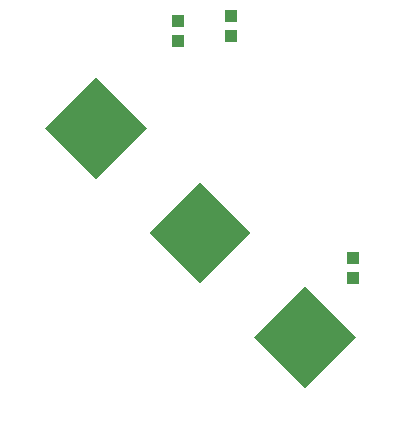
<source format=gbp>
G75*
G70*
%OFA0B0*%
%FSLAX24Y24*%
%IPPOS*%
%LPD*%
%AMOC8*
5,1,8,0,0,1.08239X$1,22.5*
%
%ADD10R,0.0433X0.0394*%
%ADD11R,0.2390X0.2390*%
D10*
X006515Y013667D03*
X006515Y014336D03*
X008269Y014476D03*
X008269Y013807D03*
X012337Y006421D03*
X012337Y005752D03*
D11*
G36*
X007265Y005576D02*
X005576Y007265D01*
X007265Y008954D01*
X008954Y007265D01*
X007265Y005576D01*
G37*
G36*
X010745Y002096D02*
X009056Y003785D01*
X010745Y005474D01*
X012434Y003785D01*
X010745Y002096D01*
G37*
G36*
X003785Y009056D02*
X002096Y010745D01*
X003785Y012434D01*
X005474Y010745D01*
X003785Y009056D01*
G37*
M02*

</source>
